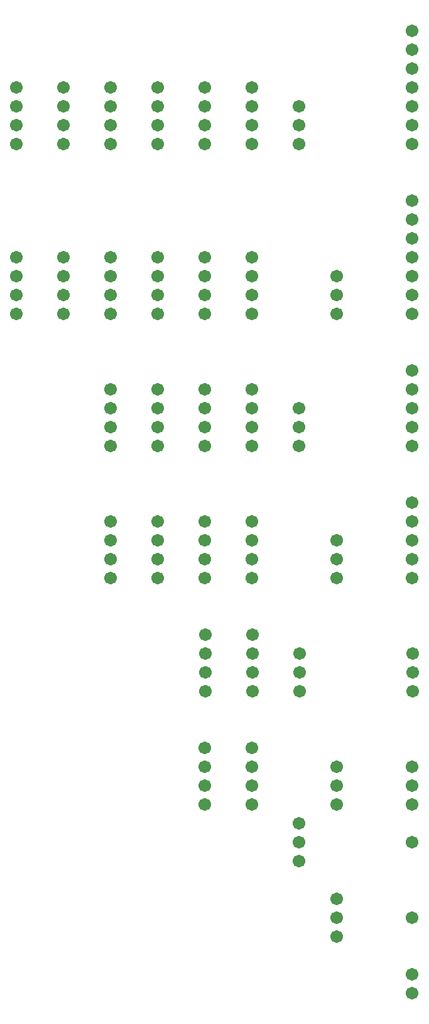
<source format=gtl>
G04 MADE WITH FRITZING*
G04 WWW.FRITZING.ORG*
G04 DOUBLE SIDED*
G04 HOLES PLATED*
G04 CONTOUR ON CENTER OF CONTOUR VECTOR*
%ASAXBY*%
%FSLAX23Y23*%
%MOIN*%
%OFA0B0*%
%SFA1.0B1.0*%
%ADD10C,0.067559*%
%LNCOPPER1*%
G90*
G70*
G54D10*
X2475Y368D03*
X2475Y268D03*
X2075Y4068D03*
X2075Y3968D03*
X2075Y3868D03*
X1875Y4968D03*
X1875Y4868D03*
X1875Y4768D03*
X1375Y1568D03*
X1375Y1468D03*
X1375Y1368D03*
X1375Y1268D03*
X1625Y1568D03*
X1625Y1468D03*
X1625Y1368D03*
X1625Y1268D03*
X1626Y2169D03*
X1626Y2069D03*
X1626Y1969D03*
X1626Y1869D03*
X1376Y2169D03*
X1376Y2069D03*
X1376Y1969D03*
X1376Y1869D03*
X1125Y2768D03*
X1125Y2668D03*
X1125Y2568D03*
X1125Y2468D03*
X1625Y2768D03*
X1625Y2668D03*
X1625Y2568D03*
X1625Y2468D03*
X1375Y2768D03*
X1375Y2668D03*
X1375Y2568D03*
X1375Y2468D03*
X875Y2768D03*
X875Y2668D03*
X875Y2568D03*
X875Y2468D03*
X1625Y3468D03*
X1625Y3368D03*
X1625Y3268D03*
X1625Y3168D03*
X875Y3468D03*
X875Y3368D03*
X875Y3268D03*
X875Y3168D03*
X1125Y3468D03*
X1125Y3368D03*
X1125Y3268D03*
X1125Y3168D03*
X1375Y3468D03*
X1375Y3368D03*
X1375Y3268D03*
X1375Y3168D03*
X375Y4168D03*
X375Y4068D03*
X375Y3968D03*
X375Y3868D03*
X1625Y4168D03*
X1625Y4068D03*
X1625Y3968D03*
X1625Y3868D03*
X625Y4168D03*
X625Y4068D03*
X625Y3968D03*
X625Y3868D03*
X1375Y4168D03*
X1375Y4068D03*
X1375Y3968D03*
X1375Y3868D03*
X875Y4168D03*
X875Y4068D03*
X875Y3968D03*
X875Y3868D03*
X1125Y4168D03*
X1125Y4068D03*
X1125Y3968D03*
X1125Y3868D03*
X375Y5068D03*
X375Y4968D03*
X375Y4868D03*
X375Y4768D03*
X625Y5068D03*
X625Y4968D03*
X625Y4868D03*
X625Y4768D03*
X875Y5068D03*
X875Y4968D03*
X875Y4868D03*
X875Y4768D03*
X1125Y5068D03*
X1125Y4968D03*
X1125Y4868D03*
X1125Y4768D03*
X1375Y5068D03*
X1375Y4968D03*
X1375Y4868D03*
X1375Y4768D03*
X1625Y5068D03*
X1625Y4968D03*
X1625Y4868D03*
X1625Y4768D03*
X2475Y5368D03*
X2475Y5268D03*
X2475Y5168D03*
X2475Y5068D03*
X2475Y4968D03*
X2475Y4868D03*
X2475Y4768D03*
X2475Y1068D03*
X2475Y2868D03*
X2475Y2768D03*
X2475Y2668D03*
X2475Y2568D03*
X2475Y2468D03*
X2475Y4468D03*
X2475Y4368D03*
X2475Y4268D03*
X2475Y4168D03*
X2475Y4068D03*
X2475Y3968D03*
X2475Y3868D03*
X2475Y3568D03*
X2475Y3468D03*
X2475Y3368D03*
X2475Y3268D03*
X2475Y3168D03*
X2475Y1468D03*
X2475Y1368D03*
X2475Y1268D03*
X2475Y668D03*
X2476Y2069D03*
X2476Y1969D03*
X2476Y1869D03*
X1875Y3368D03*
X1875Y3268D03*
X1875Y3168D03*
X2075Y2668D03*
X2075Y2568D03*
X2075Y2468D03*
X1876Y2069D03*
X1876Y1969D03*
X1876Y1869D03*
X2075Y1468D03*
X2075Y1368D03*
X2075Y1268D03*
X1875Y1168D03*
X1875Y1068D03*
X1875Y968D03*
X2075Y768D03*
X2075Y668D03*
X2075Y568D03*
G04 End of Copper1*
M02*
</source>
